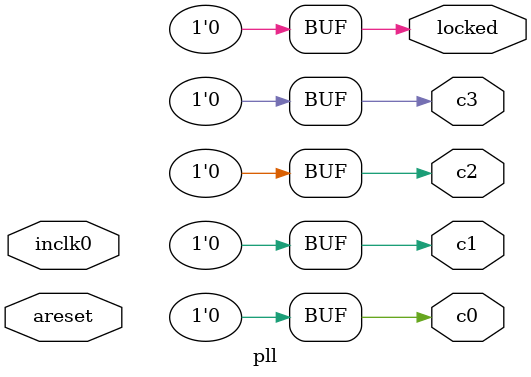
<source format=v>
module pll(	// file.cleaned.mlir:2:3
  input  areset,	// file.cleaned.mlir:2:21
         inclk0,	// file.cleaned.mlir:2:38
  output c0,	// file.cleaned.mlir:2:56
         c1,	// file.cleaned.mlir:2:69
         c2,	// file.cleaned.mlir:2:82
         c3,	// file.cleaned.mlir:2:95
         locked	// file.cleaned.mlir:2:108
);

  assign c0 = 1'h0;	// file.cleaned.mlir:3:14, :4:5
  assign c1 = 1'h0;	// file.cleaned.mlir:3:14, :4:5
  assign c2 = 1'h0;	// file.cleaned.mlir:3:14, :4:5
  assign c3 = 1'h0;	// file.cleaned.mlir:3:14, :4:5
  assign locked = 1'h0;	// file.cleaned.mlir:3:14, :4:5
endmodule


</source>
